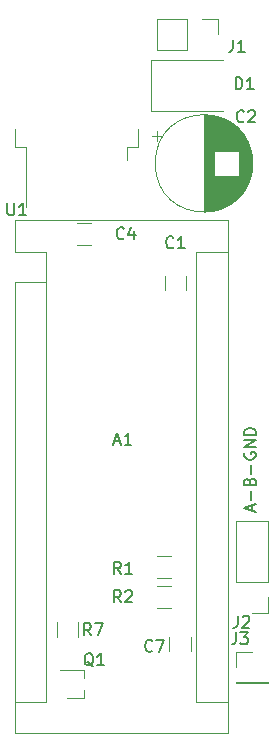
<source format=gbr>
G04 #@! TF.GenerationSoftware,KiCad,Pcbnew,(5.1.9)-1*
G04 #@! TF.CreationDate,2021-02-27T14:39:48+01:00*
G04 #@! TF.ProjectId,SteeringWheelInterface,53746565-7269-46e6-9757-6865656c496e,rev?*
G04 #@! TF.SameCoordinates,Original*
G04 #@! TF.FileFunction,Legend,Top*
G04 #@! TF.FilePolarity,Positive*
%FSLAX46Y46*%
G04 Gerber Fmt 4.6, Leading zero omitted, Abs format (unit mm)*
G04 Created by KiCad (PCBNEW (5.1.9)-1) date 2021-02-27 14:39:48*
%MOMM*%
%LPD*%
G01*
G04 APERTURE LIST*
%ADD10C,0.150000*%
%ADD11C,0.120000*%
G04 APERTURE END LIST*
D10*
X138088666Y-94305000D02*
X138088666Y-93828809D01*
X138374380Y-94400238D02*
X137374380Y-94066904D01*
X138374380Y-93733571D01*
X137993428Y-93400238D02*
X137993428Y-92638333D01*
X137850571Y-91828809D02*
X137898190Y-91685952D01*
X137945809Y-91638333D01*
X138041047Y-91590714D01*
X138183904Y-91590714D01*
X138279142Y-91638333D01*
X138326761Y-91685952D01*
X138374380Y-91781190D01*
X138374380Y-92162142D01*
X137374380Y-92162142D01*
X137374380Y-91828809D01*
X137422000Y-91733571D01*
X137469619Y-91685952D01*
X137564857Y-91638333D01*
X137660095Y-91638333D01*
X137755333Y-91685952D01*
X137802952Y-91733571D01*
X137850571Y-91828809D01*
X137850571Y-92162142D01*
X137993428Y-91162142D02*
X137993428Y-90400238D01*
X137422000Y-89400238D02*
X137374380Y-89495476D01*
X137374380Y-89638333D01*
X137422000Y-89781190D01*
X137517238Y-89876428D01*
X137612476Y-89924047D01*
X137802952Y-89971666D01*
X137945809Y-89971666D01*
X138136285Y-89924047D01*
X138231523Y-89876428D01*
X138326761Y-89781190D01*
X138374380Y-89638333D01*
X138374380Y-89543095D01*
X138326761Y-89400238D01*
X138279142Y-89352619D01*
X137945809Y-89352619D01*
X137945809Y-89543095D01*
X138374380Y-88924047D02*
X137374380Y-88924047D01*
X138374380Y-88352619D01*
X137374380Y-88352619D01*
X138374380Y-87876428D02*
X137374380Y-87876428D01*
X137374380Y-87638333D01*
X137422000Y-87495476D01*
X137517238Y-87400238D01*
X137612476Y-87352619D01*
X137802952Y-87305000D01*
X137945809Y-87305000D01*
X138136285Y-87352619D01*
X138231523Y-87400238D01*
X138326761Y-87495476D01*
X138374380Y-87638333D01*
X138374380Y-87876428D01*
D11*
X121518000Y-104959564D02*
X121518000Y-103755436D01*
X123338000Y-104959564D02*
X123338000Y-103755436D01*
X123793000Y-109466000D02*
X123793000Y-110126000D01*
X123793000Y-107806000D02*
X123793000Y-108466000D01*
X123793000Y-107806000D02*
X121763000Y-107806000D01*
X122383000Y-110126000D02*
X123793000Y-110126000D01*
X129520000Y-60428000D02*
X135580000Y-60428000D01*
X129520000Y-56158000D02*
X129520000Y-60428000D01*
X135580000Y-56158000D02*
X129520000Y-56158000D01*
X117990000Y-61975000D02*
X117990000Y-63475000D01*
X117990000Y-63475000D02*
X118940000Y-63475000D01*
X118940000Y-63475000D02*
X118940000Y-68600000D01*
X128390000Y-61975000D02*
X128390000Y-63475000D01*
X128390000Y-63475000D02*
X127440000Y-63475000D01*
X127440000Y-63475000D02*
X127440000Y-64575000D01*
X129990436Y-100690000D02*
X131194564Y-100690000D01*
X129990436Y-102510000D02*
X131194564Y-102510000D01*
X129990436Y-98150000D02*
X131194564Y-98150000D01*
X129990436Y-99970000D02*
X131194564Y-99970000D01*
X136719000Y-108899000D02*
X139379000Y-108899000D01*
X136719000Y-108839000D02*
X136719000Y-108899000D01*
X139379000Y-108839000D02*
X139379000Y-108899000D01*
X136719000Y-108839000D02*
X139379000Y-108839000D01*
X136719000Y-107569000D02*
X136719000Y-106239000D01*
X136719000Y-106239000D02*
X138049000Y-106239000D01*
X139379000Y-95190000D02*
X136719000Y-95190000D01*
X139379000Y-100330000D02*
X139379000Y-95190000D01*
X136719000Y-100330000D02*
X136719000Y-95190000D01*
X139379000Y-100330000D02*
X136719000Y-100330000D01*
X139379000Y-101600000D02*
X139379000Y-102930000D01*
X139379000Y-102930000D02*
X138049000Y-102930000D01*
X129988000Y-52645000D02*
X129988000Y-55305000D01*
X132588000Y-52645000D02*
X129988000Y-52645000D01*
X132588000Y-55305000D02*
X129988000Y-55305000D01*
X132588000Y-52645000D02*
X132588000Y-55305000D01*
X133858000Y-52645000D02*
X135188000Y-52645000D01*
X135188000Y-52645000D02*
X135188000Y-53975000D01*
X132863000Y-104971436D02*
X132863000Y-106175564D01*
X131043000Y-104971436D02*
X131043000Y-106175564D01*
X123222936Y-69956000D02*
X124427064Y-69956000D01*
X123222936Y-71776000D02*
X124427064Y-71776000D01*
X138100000Y-64897000D02*
G75*
G03*
X138100000Y-64897000I-4120000J0D01*
G01*
X133980000Y-60817000D02*
X133980000Y-68977000D01*
X134020000Y-60817000D02*
X134020000Y-68977000D01*
X134060000Y-60817000D02*
X134060000Y-68977000D01*
X134100000Y-60818000D02*
X134100000Y-68976000D01*
X134140000Y-60820000D02*
X134140000Y-68974000D01*
X134180000Y-60821000D02*
X134180000Y-68973000D01*
X134220000Y-60823000D02*
X134220000Y-68971000D01*
X134260000Y-60826000D02*
X134260000Y-68968000D01*
X134300000Y-60829000D02*
X134300000Y-68965000D01*
X134340000Y-60832000D02*
X134340000Y-68962000D01*
X134380000Y-60836000D02*
X134380000Y-68958000D01*
X134420000Y-60840000D02*
X134420000Y-68954000D01*
X134460000Y-60845000D02*
X134460000Y-68949000D01*
X134500000Y-60849000D02*
X134500000Y-68945000D01*
X134540000Y-60855000D02*
X134540000Y-68939000D01*
X134580000Y-60860000D02*
X134580000Y-68934000D01*
X134620000Y-60867000D02*
X134620000Y-68927000D01*
X134660000Y-60873000D02*
X134660000Y-68921000D01*
X134701000Y-60880000D02*
X134701000Y-68914000D01*
X134741000Y-60887000D02*
X134741000Y-68907000D01*
X134781000Y-60895000D02*
X134781000Y-68899000D01*
X134821000Y-60903000D02*
X134821000Y-68891000D01*
X134861000Y-60912000D02*
X134861000Y-63857000D01*
X134861000Y-65937000D02*
X134861000Y-68882000D01*
X134901000Y-60921000D02*
X134901000Y-63857000D01*
X134901000Y-65937000D02*
X134901000Y-68873000D01*
X134941000Y-60930000D02*
X134941000Y-63857000D01*
X134941000Y-65937000D02*
X134941000Y-68864000D01*
X134981000Y-60940000D02*
X134981000Y-63857000D01*
X134981000Y-65937000D02*
X134981000Y-68854000D01*
X135021000Y-60950000D02*
X135021000Y-63857000D01*
X135021000Y-65937000D02*
X135021000Y-68844000D01*
X135061000Y-60961000D02*
X135061000Y-63857000D01*
X135061000Y-65937000D02*
X135061000Y-68833000D01*
X135101000Y-60972000D02*
X135101000Y-63857000D01*
X135101000Y-65937000D02*
X135101000Y-68822000D01*
X135141000Y-60983000D02*
X135141000Y-63857000D01*
X135141000Y-65937000D02*
X135141000Y-68811000D01*
X135181000Y-60995000D02*
X135181000Y-63857000D01*
X135181000Y-65937000D02*
X135181000Y-68799000D01*
X135221000Y-61008000D02*
X135221000Y-63857000D01*
X135221000Y-65937000D02*
X135221000Y-68786000D01*
X135261000Y-61020000D02*
X135261000Y-63857000D01*
X135261000Y-65937000D02*
X135261000Y-68774000D01*
X135301000Y-61034000D02*
X135301000Y-63857000D01*
X135301000Y-65937000D02*
X135301000Y-68760000D01*
X135341000Y-61047000D02*
X135341000Y-63857000D01*
X135341000Y-65937000D02*
X135341000Y-68747000D01*
X135381000Y-61062000D02*
X135381000Y-63857000D01*
X135381000Y-65937000D02*
X135381000Y-68732000D01*
X135421000Y-61076000D02*
X135421000Y-63857000D01*
X135421000Y-65937000D02*
X135421000Y-68718000D01*
X135461000Y-61092000D02*
X135461000Y-63857000D01*
X135461000Y-65937000D02*
X135461000Y-68702000D01*
X135501000Y-61107000D02*
X135501000Y-63857000D01*
X135501000Y-65937000D02*
X135501000Y-68687000D01*
X135541000Y-61123000D02*
X135541000Y-63857000D01*
X135541000Y-65937000D02*
X135541000Y-68671000D01*
X135581000Y-61140000D02*
X135581000Y-63857000D01*
X135581000Y-65937000D02*
X135581000Y-68654000D01*
X135621000Y-61157000D02*
X135621000Y-63857000D01*
X135621000Y-65937000D02*
X135621000Y-68637000D01*
X135661000Y-61175000D02*
X135661000Y-63857000D01*
X135661000Y-65937000D02*
X135661000Y-68619000D01*
X135701000Y-61193000D02*
X135701000Y-63857000D01*
X135701000Y-65937000D02*
X135701000Y-68601000D01*
X135741000Y-61211000D02*
X135741000Y-63857000D01*
X135741000Y-65937000D02*
X135741000Y-68583000D01*
X135781000Y-61231000D02*
X135781000Y-63857000D01*
X135781000Y-65937000D02*
X135781000Y-68563000D01*
X135821000Y-61250000D02*
X135821000Y-63857000D01*
X135821000Y-65937000D02*
X135821000Y-68544000D01*
X135861000Y-61270000D02*
X135861000Y-63857000D01*
X135861000Y-65937000D02*
X135861000Y-68524000D01*
X135901000Y-61291000D02*
X135901000Y-63857000D01*
X135901000Y-65937000D02*
X135901000Y-68503000D01*
X135941000Y-61313000D02*
X135941000Y-63857000D01*
X135941000Y-65937000D02*
X135941000Y-68481000D01*
X135981000Y-61335000D02*
X135981000Y-63857000D01*
X135981000Y-65937000D02*
X135981000Y-68459000D01*
X136021000Y-61357000D02*
X136021000Y-63857000D01*
X136021000Y-65937000D02*
X136021000Y-68437000D01*
X136061000Y-61380000D02*
X136061000Y-63857000D01*
X136061000Y-65937000D02*
X136061000Y-68414000D01*
X136101000Y-61404000D02*
X136101000Y-63857000D01*
X136101000Y-65937000D02*
X136101000Y-68390000D01*
X136141000Y-61428000D02*
X136141000Y-63857000D01*
X136141000Y-65937000D02*
X136141000Y-68366000D01*
X136181000Y-61453000D02*
X136181000Y-63857000D01*
X136181000Y-65937000D02*
X136181000Y-68341000D01*
X136221000Y-61479000D02*
X136221000Y-63857000D01*
X136221000Y-65937000D02*
X136221000Y-68315000D01*
X136261000Y-61505000D02*
X136261000Y-63857000D01*
X136261000Y-65937000D02*
X136261000Y-68289000D01*
X136301000Y-61532000D02*
X136301000Y-63857000D01*
X136301000Y-65937000D02*
X136301000Y-68262000D01*
X136341000Y-61559000D02*
X136341000Y-63857000D01*
X136341000Y-65937000D02*
X136341000Y-68235000D01*
X136381000Y-61588000D02*
X136381000Y-63857000D01*
X136381000Y-65937000D02*
X136381000Y-68206000D01*
X136421000Y-61617000D02*
X136421000Y-63857000D01*
X136421000Y-65937000D02*
X136421000Y-68177000D01*
X136461000Y-61647000D02*
X136461000Y-63857000D01*
X136461000Y-65937000D02*
X136461000Y-68147000D01*
X136501000Y-61677000D02*
X136501000Y-63857000D01*
X136501000Y-65937000D02*
X136501000Y-68117000D01*
X136541000Y-61708000D02*
X136541000Y-63857000D01*
X136541000Y-65937000D02*
X136541000Y-68086000D01*
X136581000Y-61741000D02*
X136581000Y-63857000D01*
X136581000Y-65937000D02*
X136581000Y-68053000D01*
X136621000Y-61773000D02*
X136621000Y-63857000D01*
X136621000Y-65937000D02*
X136621000Y-68021000D01*
X136661000Y-61807000D02*
X136661000Y-63857000D01*
X136661000Y-65937000D02*
X136661000Y-67987000D01*
X136701000Y-61842000D02*
X136701000Y-63857000D01*
X136701000Y-65937000D02*
X136701000Y-67952000D01*
X136741000Y-61878000D02*
X136741000Y-63857000D01*
X136741000Y-65937000D02*
X136741000Y-67916000D01*
X136781000Y-61914000D02*
X136781000Y-63857000D01*
X136781000Y-65937000D02*
X136781000Y-67880000D01*
X136821000Y-61952000D02*
X136821000Y-63857000D01*
X136821000Y-65937000D02*
X136821000Y-67842000D01*
X136861000Y-61990000D02*
X136861000Y-63857000D01*
X136861000Y-65937000D02*
X136861000Y-67804000D01*
X136901000Y-62030000D02*
X136901000Y-63857000D01*
X136901000Y-65937000D02*
X136901000Y-67764000D01*
X136941000Y-62071000D02*
X136941000Y-67723000D01*
X136981000Y-62113000D02*
X136981000Y-67681000D01*
X137021000Y-62156000D02*
X137021000Y-67638000D01*
X137061000Y-62200000D02*
X137061000Y-67594000D01*
X137101000Y-62246000D02*
X137101000Y-67548000D01*
X137141000Y-62293000D02*
X137141000Y-67501000D01*
X137181000Y-62341000D02*
X137181000Y-67453000D01*
X137221000Y-62392000D02*
X137221000Y-67402000D01*
X137261000Y-62443000D02*
X137261000Y-67351000D01*
X137301000Y-62497000D02*
X137301000Y-67297000D01*
X137341000Y-62552000D02*
X137341000Y-67242000D01*
X137381000Y-62610000D02*
X137381000Y-67184000D01*
X137421000Y-62669000D02*
X137421000Y-67125000D01*
X137461000Y-62731000D02*
X137461000Y-67063000D01*
X137501000Y-62795000D02*
X137501000Y-66999000D01*
X137541000Y-62863000D02*
X137541000Y-66931000D01*
X137581000Y-62933000D02*
X137581000Y-66861000D01*
X137621000Y-63007000D02*
X137621000Y-66787000D01*
X137661000Y-63084000D02*
X137661000Y-66710000D01*
X137701000Y-63166000D02*
X137701000Y-66628000D01*
X137741000Y-63252000D02*
X137741000Y-66542000D01*
X137781000Y-63345000D02*
X137781000Y-66449000D01*
X137821000Y-63444000D02*
X137821000Y-66350000D01*
X137861000Y-63551000D02*
X137861000Y-66243000D01*
X137901000Y-63668000D02*
X137901000Y-66126000D01*
X137941000Y-63799000D02*
X137941000Y-65995000D01*
X137981000Y-63949000D02*
X137981000Y-65845000D01*
X138021000Y-64129000D02*
X138021000Y-65665000D01*
X138061000Y-64364000D02*
X138061000Y-65430000D01*
X129570302Y-62582000D02*
X130370302Y-62582000D01*
X129970302Y-62182000D02*
X129970302Y-62982000D01*
X132482000Y-74454936D02*
X132482000Y-75659064D01*
X130662000Y-74454936D02*
X130662000Y-75659064D01*
X120650000Y-74930000D02*
X120650000Y-72390000D01*
X120650000Y-72390000D02*
X117980000Y-72390000D01*
X117980000Y-74930000D02*
X117980000Y-113160000D01*
X117980000Y-69720000D02*
X117980000Y-72390000D01*
X133350000Y-72390000D02*
X136020000Y-72390000D01*
X133350000Y-72390000D02*
X133350000Y-110490000D01*
X133350000Y-110490000D02*
X136020000Y-110490000D01*
X120650000Y-74930000D02*
X117980000Y-74930000D01*
X120650000Y-74930000D02*
X120650000Y-110490000D01*
X120650000Y-110490000D02*
X117980000Y-110490000D01*
X117980000Y-113160000D02*
X136020000Y-113160000D01*
X136020000Y-113160000D02*
X136020000Y-69720000D01*
X136020000Y-69720000D02*
X117980000Y-69720000D01*
D10*
X124420333Y-104846380D02*
X124087000Y-104370190D01*
X123848904Y-104846380D02*
X123848904Y-103846380D01*
X124229857Y-103846380D01*
X124325095Y-103894000D01*
X124372714Y-103941619D01*
X124420333Y-104036857D01*
X124420333Y-104179714D01*
X124372714Y-104274952D01*
X124325095Y-104322571D01*
X124229857Y-104370190D01*
X123848904Y-104370190D01*
X124753666Y-103846380D02*
X125420333Y-103846380D01*
X124991761Y-104846380D01*
X124618761Y-107481619D02*
X124523523Y-107434000D01*
X124428285Y-107338761D01*
X124285428Y-107195904D01*
X124190190Y-107148285D01*
X124094952Y-107148285D01*
X124142571Y-107386380D02*
X124047333Y-107338761D01*
X123952095Y-107243523D01*
X123904476Y-107053047D01*
X123904476Y-106719714D01*
X123952095Y-106529238D01*
X124047333Y-106434000D01*
X124142571Y-106386380D01*
X124333047Y-106386380D01*
X124428285Y-106434000D01*
X124523523Y-106529238D01*
X124571142Y-106719714D01*
X124571142Y-107053047D01*
X124523523Y-107243523D01*
X124428285Y-107338761D01*
X124333047Y-107386380D01*
X124142571Y-107386380D01*
X125523523Y-107386380D02*
X124952095Y-107386380D01*
X125237809Y-107386380D02*
X125237809Y-106386380D01*
X125142571Y-106529238D01*
X125047333Y-106624476D01*
X124952095Y-106672095D01*
X136675904Y-58618380D02*
X136675904Y-57618380D01*
X136914000Y-57618380D01*
X137056857Y-57666000D01*
X137152095Y-57761238D01*
X137199714Y-57856476D01*
X137247333Y-58046952D01*
X137247333Y-58189809D01*
X137199714Y-58380285D01*
X137152095Y-58475523D01*
X137056857Y-58570761D01*
X136914000Y-58618380D01*
X136675904Y-58618380D01*
X138199714Y-58618380D02*
X137628285Y-58618380D01*
X137914000Y-58618380D02*
X137914000Y-57618380D01*
X137818761Y-57761238D01*
X137723523Y-57856476D01*
X137628285Y-57904095D01*
X117348095Y-68286380D02*
X117348095Y-69095904D01*
X117395714Y-69191142D01*
X117443333Y-69238761D01*
X117538571Y-69286380D01*
X117729047Y-69286380D01*
X117824285Y-69238761D01*
X117871904Y-69191142D01*
X117919523Y-69095904D01*
X117919523Y-68286380D01*
X118919523Y-69286380D02*
X118348095Y-69286380D01*
X118633809Y-69286380D02*
X118633809Y-68286380D01*
X118538571Y-68429238D01*
X118443333Y-68524476D01*
X118348095Y-68572095D01*
X126960333Y-102052380D02*
X126627000Y-101576190D01*
X126388904Y-102052380D02*
X126388904Y-101052380D01*
X126769857Y-101052380D01*
X126865095Y-101100000D01*
X126912714Y-101147619D01*
X126960333Y-101242857D01*
X126960333Y-101385714D01*
X126912714Y-101480952D01*
X126865095Y-101528571D01*
X126769857Y-101576190D01*
X126388904Y-101576190D01*
X127341285Y-101147619D02*
X127388904Y-101100000D01*
X127484142Y-101052380D01*
X127722238Y-101052380D01*
X127817476Y-101100000D01*
X127865095Y-101147619D01*
X127912714Y-101242857D01*
X127912714Y-101338095D01*
X127865095Y-101480952D01*
X127293666Y-102052380D01*
X127912714Y-102052380D01*
X126960333Y-99639380D02*
X126627000Y-99163190D01*
X126388904Y-99639380D02*
X126388904Y-98639380D01*
X126769857Y-98639380D01*
X126865095Y-98687000D01*
X126912714Y-98734619D01*
X126960333Y-98829857D01*
X126960333Y-98972714D01*
X126912714Y-99067952D01*
X126865095Y-99115571D01*
X126769857Y-99163190D01*
X126388904Y-99163190D01*
X127912714Y-99639380D02*
X127341285Y-99639380D01*
X127627000Y-99639380D02*
X127627000Y-98639380D01*
X127531761Y-98782238D01*
X127436523Y-98877476D01*
X127341285Y-98925095D01*
X136699666Y-104608380D02*
X136699666Y-105322666D01*
X136652047Y-105465523D01*
X136556809Y-105560761D01*
X136413952Y-105608380D01*
X136318714Y-105608380D01*
X137080619Y-104608380D02*
X137699666Y-104608380D01*
X137366333Y-104989333D01*
X137509190Y-104989333D01*
X137604428Y-105036952D01*
X137652047Y-105084571D01*
X137699666Y-105179809D01*
X137699666Y-105417904D01*
X137652047Y-105513142D01*
X137604428Y-105560761D01*
X137509190Y-105608380D01*
X137223476Y-105608380D01*
X137128238Y-105560761D01*
X137080619Y-105513142D01*
X136826666Y-103211380D02*
X136826666Y-103925666D01*
X136779047Y-104068523D01*
X136683809Y-104163761D01*
X136540952Y-104211380D01*
X136445714Y-104211380D01*
X137255238Y-103306619D02*
X137302857Y-103259000D01*
X137398095Y-103211380D01*
X137636190Y-103211380D01*
X137731428Y-103259000D01*
X137779047Y-103306619D01*
X137826666Y-103401857D01*
X137826666Y-103497095D01*
X137779047Y-103639952D01*
X137207619Y-104211380D01*
X137826666Y-104211380D01*
X136445666Y-54443380D02*
X136445666Y-55157666D01*
X136398047Y-55300523D01*
X136302809Y-55395761D01*
X136159952Y-55443380D01*
X136064714Y-55443380D01*
X137445666Y-55443380D02*
X136874238Y-55443380D01*
X137159952Y-55443380D02*
X137159952Y-54443380D01*
X137064714Y-54586238D01*
X136969476Y-54681476D01*
X136874238Y-54729095D01*
X129627333Y-106148142D02*
X129579714Y-106195761D01*
X129436857Y-106243380D01*
X129341619Y-106243380D01*
X129198761Y-106195761D01*
X129103523Y-106100523D01*
X129055904Y-106005285D01*
X129008285Y-105814809D01*
X129008285Y-105671952D01*
X129055904Y-105481476D01*
X129103523Y-105386238D01*
X129198761Y-105291000D01*
X129341619Y-105243380D01*
X129436857Y-105243380D01*
X129579714Y-105291000D01*
X129627333Y-105338619D01*
X129960666Y-105243380D02*
X130627333Y-105243380D01*
X130198761Y-106243380D01*
X127214333Y-71223142D02*
X127166714Y-71270761D01*
X127023857Y-71318380D01*
X126928619Y-71318380D01*
X126785761Y-71270761D01*
X126690523Y-71175523D01*
X126642904Y-71080285D01*
X126595285Y-70889809D01*
X126595285Y-70746952D01*
X126642904Y-70556476D01*
X126690523Y-70461238D01*
X126785761Y-70366000D01*
X126928619Y-70318380D01*
X127023857Y-70318380D01*
X127166714Y-70366000D01*
X127214333Y-70413619D01*
X128071476Y-70651714D02*
X128071476Y-71318380D01*
X127833380Y-70270761D02*
X127595285Y-70985047D01*
X128214333Y-70985047D01*
X137374333Y-61317142D02*
X137326714Y-61364761D01*
X137183857Y-61412380D01*
X137088619Y-61412380D01*
X136945761Y-61364761D01*
X136850523Y-61269523D01*
X136802904Y-61174285D01*
X136755285Y-60983809D01*
X136755285Y-60840952D01*
X136802904Y-60650476D01*
X136850523Y-60555238D01*
X136945761Y-60460000D01*
X137088619Y-60412380D01*
X137183857Y-60412380D01*
X137326714Y-60460000D01*
X137374333Y-60507619D01*
X137755285Y-60507619D02*
X137802904Y-60460000D01*
X137898142Y-60412380D01*
X138136238Y-60412380D01*
X138231476Y-60460000D01*
X138279095Y-60507619D01*
X138326714Y-60602857D01*
X138326714Y-60698095D01*
X138279095Y-60840952D01*
X137707666Y-61412380D01*
X138326714Y-61412380D01*
X131405333Y-71985142D02*
X131357714Y-72032761D01*
X131214857Y-72080380D01*
X131119619Y-72080380D01*
X130976761Y-72032761D01*
X130881523Y-71937523D01*
X130833904Y-71842285D01*
X130786285Y-71651809D01*
X130786285Y-71508952D01*
X130833904Y-71318476D01*
X130881523Y-71223238D01*
X130976761Y-71128000D01*
X131119619Y-71080380D01*
X131214857Y-71080380D01*
X131357714Y-71128000D01*
X131405333Y-71175619D01*
X132357714Y-72080380D02*
X131786285Y-72080380D01*
X132072000Y-72080380D02*
X132072000Y-71080380D01*
X131976761Y-71223238D01*
X131881523Y-71318476D01*
X131786285Y-71366095D01*
X126412714Y-88431666D02*
X126888904Y-88431666D01*
X126317476Y-88717380D02*
X126650809Y-87717380D01*
X126984142Y-88717380D01*
X127841285Y-88717380D02*
X127269857Y-88717380D01*
X127555571Y-88717380D02*
X127555571Y-87717380D01*
X127460333Y-87860238D01*
X127365095Y-87955476D01*
X127269857Y-88003095D01*
M02*

</source>
